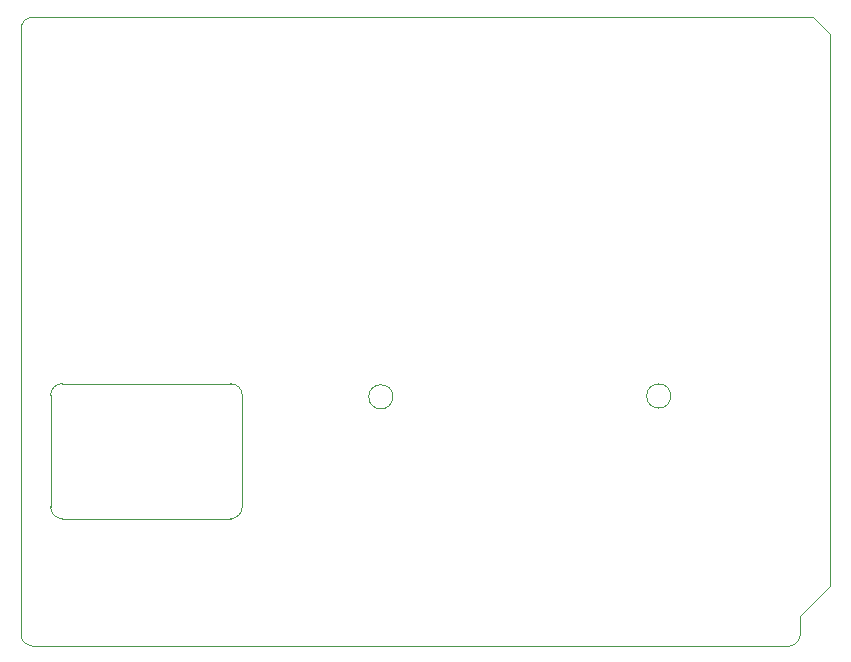
<source format=gbr>
%TF.GenerationSoftware,KiCad,Pcbnew,9.0.3*%
%TF.CreationDate,2025-08-02T21:51:47-05:00*%
%TF.ProjectId,DMM_KiCAD_V3_next KiCAD9,444d4d5f-4b69-4434-9144-5f56335f6e65,rev?*%
%TF.SameCoordinates,Original*%
%TF.FileFunction,Profile,NP*%
%FSLAX46Y46*%
G04 Gerber Fmt 4.6, Leading zero omitted, Abs format (unit mm)*
G04 Created by KiCad (PCBNEW 9.0.3) date 2025-08-02 21:51:47*
%MOMM*%
%LPD*%
G01*
G04 APERTURE LIST*
%TA.AperFunction,Profile*%
%ADD10C,0.120000*%
%TD*%
%TA.AperFunction,Profile*%
%ADD11C,0.100000*%
%TD*%
G04 APERTURE END LIST*
D10*
X79155572Y-48342318D02*
X79409482Y-48300000D01*
D11*
X80915000Y-80375000D02*
G75*
G02*
X81915000Y-79375000I1000000J0D01*
G01*
D10*
X78711229Y-48596228D02*
X78922821Y-48448114D01*
X78922821Y-101423045D02*
X78711229Y-101253771D01*
X146899617Y-96521794D02*
X144360514Y-99060897D01*
X79409482Y-48300000D02*
X142837052Y-48300000D01*
X79155572Y-101507681D02*
X78922821Y-101423045D01*
X144318196Y-100809428D02*
X144233559Y-101042179D01*
X144233559Y-101042179D02*
X144064285Y-101253771D01*
X143852694Y-101423045D02*
X143619942Y-101507681D01*
X78415000Y-49315641D02*
X78457318Y-49040571D01*
X144360514Y-99060897D02*
X144360514Y-100555518D01*
D11*
X97155000Y-80375000D02*
X97155000Y-89805000D01*
X145500000Y-48300000D02*
X146900000Y-49800000D01*
X81915000Y-90805000D02*
G75*
G02*
X80915000Y-89805000I0J1000000D01*
G01*
D10*
X78457318Y-100809428D02*
X78415000Y-100555518D01*
X143619942Y-101507681D02*
X143366032Y-101550000D01*
D11*
X96155000Y-79375000D02*
G75*
G02*
X97155000Y-80375000I0J-1000000D01*
G01*
D10*
X144064285Y-101253771D02*
X143852694Y-101423045D01*
X78711229Y-101253771D02*
X78541955Y-101042179D01*
X79409482Y-101550000D02*
X79155572Y-101507681D01*
D11*
X109903931Y-80491437D02*
G75*
G02*
X107856995Y-80491437I-1023468J0D01*
G01*
X107856995Y-80491437D02*
G75*
G02*
X109903931Y-80491437I1023468J0D01*
G01*
X81915000Y-90805000D02*
X96155000Y-90805000D01*
D10*
X144360514Y-100555518D02*
X144318196Y-100809428D01*
X78415000Y-100555518D02*
X78415000Y-49315641D01*
D11*
X96155000Y-79375000D02*
X81915000Y-79375000D01*
X133433800Y-80422661D02*
G75*
G02*
X131386864Y-80422661I-1023468J0D01*
G01*
X131386864Y-80422661D02*
G75*
G02*
X133433800Y-80422661I1023468J0D01*
G01*
D10*
X143366032Y-101550000D02*
X79409482Y-101550000D01*
X78541955Y-48807820D02*
X78711229Y-48596228D01*
X78541955Y-101042179D02*
X78457318Y-100809428D01*
D11*
X97155000Y-89805000D02*
G75*
G02*
X96155000Y-90805000I-1000000J0D01*
G01*
X80915000Y-89805000D02*
X80915000Y-80375000D01*
X146900000Y-49800000D02*
X146899617Y-63788527D01*
D10*
X78922821Y-48448114D02*
X79155572Y-48342318D01*
X78457318Y-49040571D02*
X78541955Y-48807820D01*
D11*
X142837052Y-48300000D02*
X145500000Y-48300000D01*
D10*
X146899617Y-63788527D02*
X146899617Y-96521794D01*
M02*

</source>
